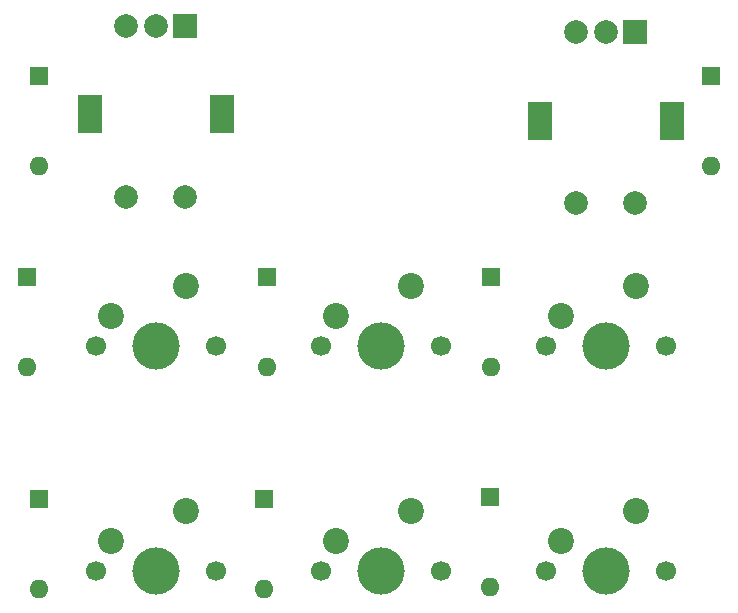
<source format=gts>
%TF.GenerationSoftware,KiCad,Pcbnew,7.0.11*%
%TF.CreationDate,2024-02-27T10:57:45-05:00*%
%TF.ProjectId,MacropadPCB,4d616372-6f70-4616-9450-43422e6b6963,rev?*%
%TF.SameCoordinates,Original*%
%TF.FileFunction,Soldermask,Top*%
%TF.FilePolarity,Negative*%
%FSLAX46Y46*%
G04 Gerber Fmt 4.6, Leading zero omitted, Abs format (unit mm)*
G04 Created by KiCad (PCBNEW 7.0.11) date 2024-02-27 10:57:45*
%MOMM*%
%LPD*%
G01*
G04 APERTURE LIST*
%ADD10C,4.000000*%
%ADD11C,1.700000*%
%ADD12C,2.200000*%
%ADD13R,1.600000X1.600000*%
%ADD14O,1.600000X1.600000*%
%ADD15R,2.000000X2.000000*%
%ADD16C,2.000000*%
%ADD17R,2.000000X3.200000*%
G04 APERTURE END LIST*
D10*
%TO.C,REF\u002A\u002A*%
X92710000Y-100330000D03*
%TD*%
%TO.C,REF\u002A\u002A*%
X111760000Y-100330000D03*
%TD*%
%TO.C,REF\u002A\u002A*%
X130810000Y-100330000D03*
%TD*%
%TO.C,REF\u002A\u002A*%
X130810000Y-81280000D03*
%TD*%
%TO.C,REF\u002A\u002A*%
X111760000Y-81280000D03*
%TD*%
%TO.C,REF\u002A\u002A*%
X92710000Y-81280000D03*
%TD*%
D11*
%TO.C,SW5*%
X106680000Y-100330000D03*
D10*
X111760000Y-100330000D03*
D11*
X116840000Y-100330000D03*
D12*
X114300000Y-95250000D03*
X107950000Y-97790000D03*
%TD*%
D11*
%TO.C,SW1*%
X106680000Y-81280000D03*
D10*
X111760000Y-81280000D03*
D11*
X116840000Y-81280000D03*
D12*
X114300000Y-76200000D03*
X107950000Y-78740000D03*
%TD*%
D13*
%TO.C,D2*%
X102108000Y-75438000D03*
D14*
X102108000Y-83058000D03*
%TD*%
D11*
%TO.C,SW3*%
X125730000Y-81280000D03*
D10*
X130810000Y-81280000D03*
D11*
X135890000Y-81280000D03*
D12*
X133350000Y-76200000D03*
X127000000Y-78740000D03*
%TD*%
D15*
%TO.C,SW10*%
X133300000Y-54700000D03*
D16*
X128300000Y-54700000D03*
X130800000Y-54700000D03*
D17*
X136400000Y-62200000D03*
X125200000Y-62200000D03*
D16*
X128300000Y-69200000D03*
X133300000Y-69200000D03*
%TD*%
D14*
%TO.C,D1*%
X81788000Y-83058000D03*
D13*
X81788000Y-75438000D03*
%TD*%
D11*
%TO.C,SW4*%
X87630000Y-100330000D03*
D10*
X92710000Y-100330000D03*
D11*
X97790000Y-100330000D03*
D12*
X95250000Y-95250000D03*
X88900000Y-97790000D03*
%TD*%
D15*
%TO.C,SW11*%
X95200000Y-54175000D03*
D16*
X90200000Y-54175000D03*
X92700000Y-54175000D03*
D17*
X98300000Y-61675000D03*
X87100000Y-61675000D03*
D16*
X90200000Y-68675000D03*
X95200000Y-68675000D03*
%TD*%
D13*
%TO.C,D10*%
X139700000Y-58440000D03*
D14*
X139700000Y-66060000D03*
%TD*%
D13*
%TO.C,D4*%
X82804000Y-94234000D03*
D14*
X82804000Y-101854000D03*
%TD*%
D13*
%TO.C,D11*%
X82804000Y-58440000D03*
D14*
X82804000Y-66060000D03*
%TD*%
D13*
%TO.C,D5*%
X101825000Y-94234000D03*
D14*
X101825000Y-101854000D03*
%TD*%
D13*
%TO.C,D3*%
X121050000Y-75438000D03*
D14*
X121050000Y-83058000D03*
%TD*%
D11*
%TO.C,SW2*%
X87630000Y-81280000D03*
D10*
X92710000Y-81280000D03*
D11*
X97790000Y-81280000D03*
D12*
X95250000Y-76200000D03*
X88900000Y-78740000D03*
%TD*%
D13*
%TO.C,D6*%
X120950000Y-94065000D03*
D14*
X120950000Y-101685000D03*
%TD*%
D11*
%TO.C,SW6*%
X125730000Y-100330000D03*
D10*
X130810000Y-100330000D03*
D11*
X135890000Y-100330000D03*
D12*
X133350000Y-95250000D03*
X127000000Y-97790000D03*
%TD*%
M02*

</source>
